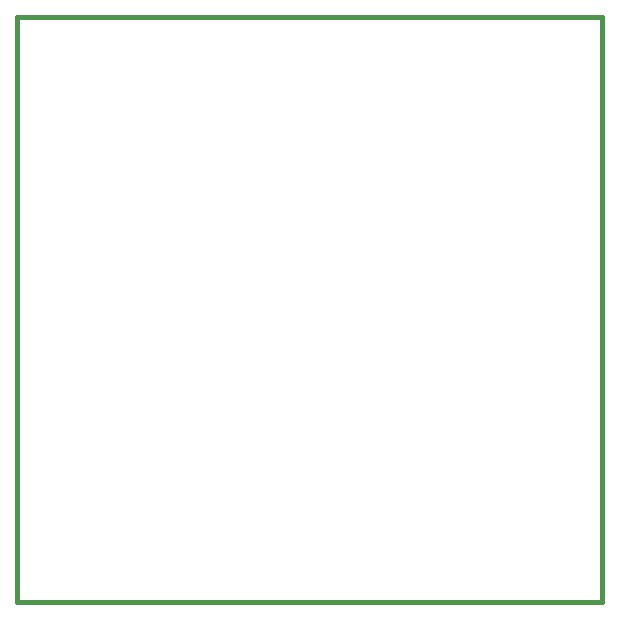
<source format=gbr>
G04 (created by PCBNEW (2013-01-23 BZR 3920)-testing) date Thu 24 Jan 2013 01:04:39 AM CET*
%MOIN*%
G04 Gerber Fmt 3.4, Leading zero omitted, Abs format*
%FSLAX34Y34*%
G01*
G70*
G90*
G04 APERTURE LIST*
%ADD10C,2.3622e-06*%
%ADD11C,0.015*%
G04 APERTURE END LIST*
G54D10*
G54D11*
X76250Y-13750D02*
X76250Y-33250D01*
X56750Y-13750D02*
X76250Y-13750D01*
X56750Y-33250D02*
X76250Y-33250D01*
X56750Y-13750D02*
X56750Y-33250D01*
M02*

</source>
